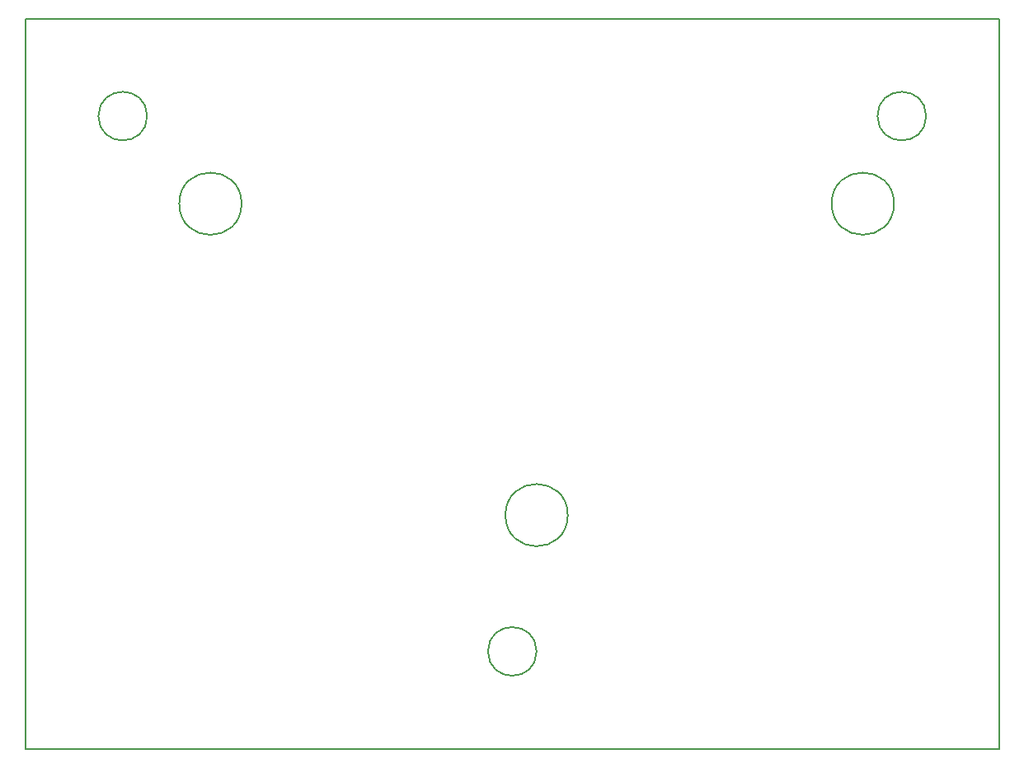
<source format=gbr>
G04 #@! TF.FileFunction,Other,Comment*
%FSLAX46Y46*%
G04 Gerber Fmt 4.6, Leading zero omitted, Abs format (unit mm)*
G04 Created by KiCad (PCBNEW 4.0.7-e2-6376~60~ubuntu17.10.1) date Tue Apr 10 15:37:57 2018*
%MOMM*%
%LPD*%
G01*
G04 APERTURE LIST*
%ADD10C,0.100000*%
%ADD11C,0.200000*%
%ADD12C,0.150000*%
G04 APERTURE END LIST*
D10*
D11*
X-18940Y-12940D02*
X-18940Y74987060D01*
X99981060Y-12940D02*
X-18940Y-12940D01*
X99981060Y74987060D02*
X99981060Y-12940D01*
X-18940Y74987060D02*
X99981060Y74987060D01*
D12*
X22181060Y55987060D02*
G75*
G03X22181060Y55987060I-3200000J0D01*
G01*
X55681060Y23987060D02*
G75*
G03X55681060Y23987060I-3200000J0D01*
G01*
X89181060Y55987060D02*
G75*
G03X89181060Y55987060I-3200000J0D01*
G01*
X12481060Y64987060D02*
G75*
G03X12481060Y64987060I-2500000J0D01*
G01*
X92481060Y64987060D02*
G75*
G03X92481060Y64987060I-2500000J0D01*
G01*
X52481060Y9987060D02*
G75*
G03X52481060Y9987060I-2500000J0D01*
G01*
M02*

</source>
